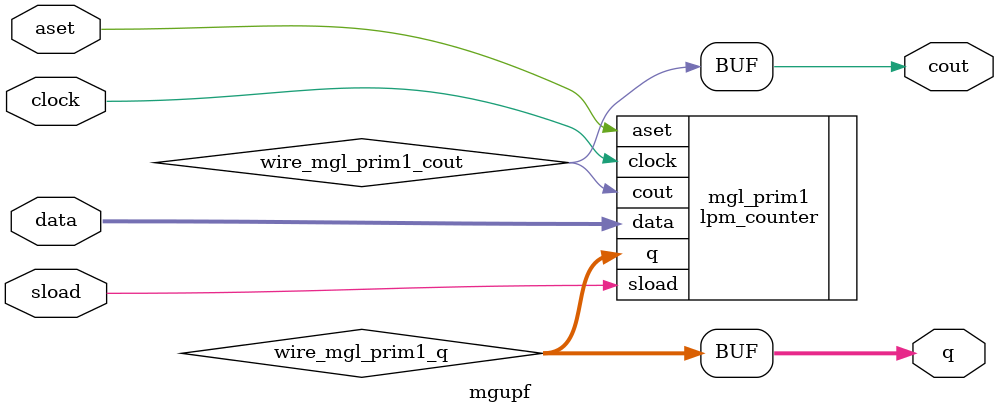
<source format=v>






//synthesis_resources = lpm_counter 1 
//synopsys translate_off
`timescale 1 ps / 1 ps
//synopsys translate_on
module  mgupf
	( 
	aset,
	clock,
	cout,
	data,
	q,
	sload) /* synthesis synthesis_clearbox=1 */;
	input   aset;
	input   clock;
	output   cout;
	input   [7:0]  data;
	output   [7:0]  q;
	input   sload;

	wire  wire_mgl_prim1_cout;
	wire  [7:0]   wire_mgl_prim1_q;

	lpm_counter   mgl_prim1
	( 
	.aset(aset),
	.clock(clock),
	.cout(wire_mgl_prim1_cout),
	.data(data),
	.q(wire_mgl_prim1_q),
	.sload(sload));
	defparam
		mgl_prim1.lpm_avalue = 1001111,
		mgl_prim1.lpm_direction = "UP",
		mgl_prim1.lpm_port_updown = "PORT_UNUSED",
		mgl_prim1.lpm_type = "LPM_COUNTER",
		mgl_prim1.lpm_width = 8;
	assign
		cout = wire_mgl_prim1_cout,
		q = wire_mgl_prim1_q;
endmodule //mgupf
//VALID FILE

</source>
